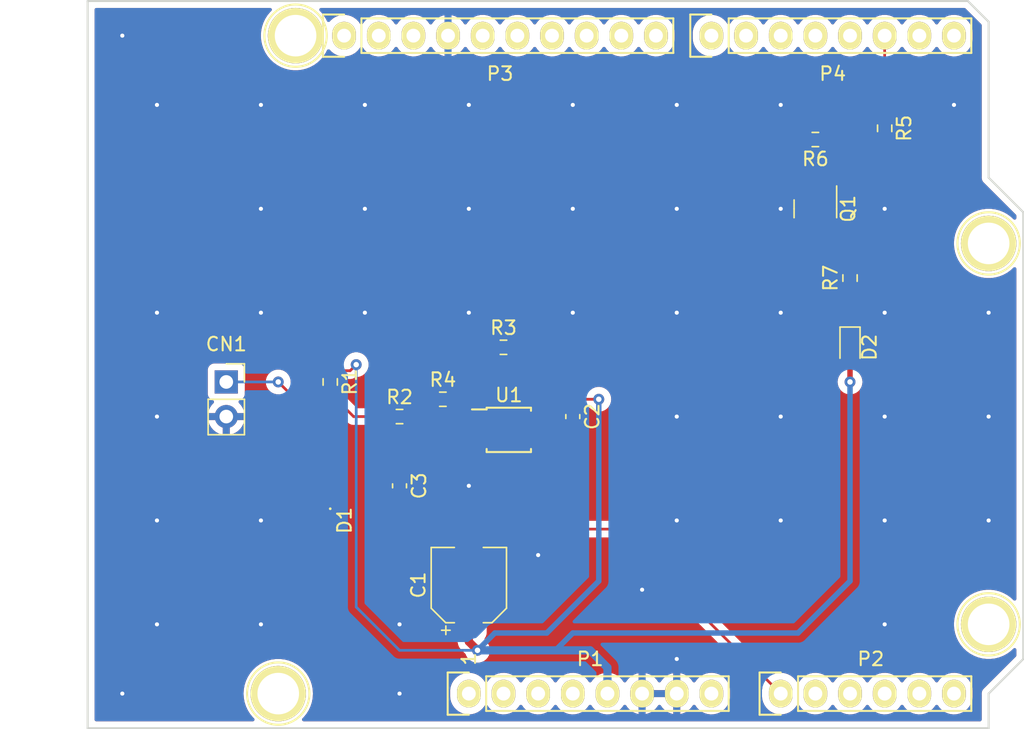
<source format=kicad_pcb>
(kicad_pcb (version 20211014) (generator pcbnew)
  (title_block (title "Detect Registance Change") (date "2024-10-17") (rev "1.0.0") (company "nonn_noz_nonn"))
  (layers (0 "F.Cu" signal) (31 "B.Cu" signal) (34 "B.Paste" user) (35 "F.Paste" user) (36 "B.SilkS" user "B.Silkscreen") (37 "F.SilkS" user "F.Silkscreen") (38 "B.Mask" user) (39 "F.Mask" user) (44 "Edge.Cuts" user))
  (net 0 "")
  (net 1 "/IOREF")
  (net 2 "/Reset")
  (net 3 "+5V")
  (net 4 "GND")
  (net 5 "/Vin")
  (net 6 "/A0")
  (net 7 "/A1")
  (net 8 "/A2")
  (net 9 "/A3")
  (net 10 "/AREF")
  (net 11 "/A4(SDA)")
  (net 12 "/A5(SCL)")
  (net 13 "/9(**)")
  (net 14 "/8")
  (net 15 "/7")
  (net 16 "/6(**)")
  (net 17 "/5(**)")
  (net 18 "/4")
  (net 19 "/3(**)")
  (net 20 "/2")
  (net 21 "/1(Tx)")
  (net 22 "/0(Rx)")
  (net 23 "Net-(C3-Pad1)")
  (net 24 "Net-(CN1-Pad1)")
  (net 25 "Net-(D2-Pad1)")
  (net 27 "/13(SCK)")
  (net 28 "/11(**{slash}MOSI)")
  (net 29 "/10(**{slash}SS)")
  (net 30 "+3V3")
  (net 31 "/12(MISO)")
  (net 36 "Net-(Q1-Pad1)")
  (net 37 "Net-(Q1-Pad3)")
  (net 38 "Net-(R3-Pad1)")
  (net 39 "Net-(U1-Pad6)")
  (footprint "Socket_Arduino_Uno:Socket_Strip_Arduino_1x08" (layer "F.Cu") (at 138.938 123.825)
    (fp_text reference "P1" (at 8.89 -2.54) (layer "F.SilkS"))
    (fp_text value "Power")
    (fp_line (start 19.05 1.27) (end 19.05 -1.27) (layer "F.SilkS") (width 0.15))
    (fp_line (start 1.27 1.27) (end 19.05 1.27) (layer "F.SilkS") (width 0.15))
    (fp_line (start 19.05 -1.27) (end 1.27 -1.27) (layer "F.SilkS") (width 0.15))
    (fp_line (start 0 -1.55) (end -1.55 -1.55) (layer "F.SilkS") (width 0.15))
    (fp_line (start -1.55 -1.55) (end -1.55 1.55) (layer "F.SilkS") (width 0.15))
    (fp_line (start -1.55 1.55) (end 0 1.55) (layer "F.SilkS") (width 0.15))
    (fp_line (start 1.27 1.27) (end 1.27 -1.27) (layer "F.SilkS") (width 0.15))
    (pad "1" thru_hole oval locked (at 0 0) (size 1.7272 2.032) (drill 1.016) (layers *.Cu *.Mask "F.SilkS"))
    (pad "2" thru_hole oval locked (at 2.54 0) (size 1.7272 2.032) (drill 1.016) (layers *.Cu *.Mask "F.SilkS") (net 1 "/IOREF"))
    (pad "3" thru_hole oval locked (at 5.08 0) (size 1.7272 2.032) (drill 1.016) (layers *.Cu *.Mask "F.SilkS") (net 2 "/Reset"))
    (pad "4" thru_hole oval locked (at 7.62 0) (size 1.7272 2.032) (drill 1.016) (layers *.Cu *.Mask "F.SilkS") (net 30 "+3V3"))
    (pad "5" thru_hole oval locked (at 10.16 0) (size 1.7272 2.032) (drill 1.016) (layers *.Cu *.Mask "F.SilkS") (net 3 "+5V"))
    (pad "6" thru_hole oval locked (at 12.7 0) (size 1.7272 2.032) (drill 1.016) (layers *.Cu *.Mask "F.SilkS") (net 4 "GND"))
    (pad "7" thru_hole oval locked (at 15.24 0) (size 1.7272 2.032) (drill 1.016) (layers *.Cu *.Mask "F.SilkS") (net 4 "GND"))
    (pad "8" thru_hole oval locked (at 17.78 0) (size 1.7272 2.032) (drill 1.016) (layers *.Cu *.Mask "F.SilkS") (net 5 "/Vin"))
  )
  (footprint "Socket_Arduino_Uno:Socket_Strip_Arduino_1x06" (layer "F.Cu") (at 161.798 123.825)
    (fp_text reference "P2" (at 6.604 -2.54) (layer "F.SilkS"))
    (fp_text value "Analog")
    (fp_line (start 1.27 1.27) (end 1.27 -1.27) (layer "F.SilkS") (width 0.15))
    (fp_line (start 0 -1.55) (end -1.55 -1.55) (layer "F.SilkS") (width 0.15))
    (fp_line (start 13.97 -1.27) (end 1.27 -1.27) (layer "F.SilkS") (width 0.15))
    (fp_line (start 1.27 1.27) (end 13.97 1.27) (layer "F.SilkS") (width 0.15))
    (fp_line (start 13.97 1.27) (end 13.97 -1.27) (layer "F.SilkS") (width 0.15))
    (fp_line (start -1.55 -1.55) (end -1.55 1.55) (layer "F.SilkS") (width 0.15))
    (fp_line (start -1.55 1.55) (end 0 1.55) (layer "F.SilkS") (width 0.15))
    (pad "1" thru_hole oval locked (at 0 0) (size 1.7272 2.032) (drill 1.016) (layers *.Cu *.Mask "F.SilkS") (net 6 "/A0"))
    (pad "2" thru_hole oval locked (at 2.54 0) (size 1.7272 2.032) (drill 1.016) (layers *.Cu *.Mask "F.SilkS") (net 7 "/A1"))
    (pad "3" thru_hole oval locked (at 5.08 0) (size 1.7272 2.032) (drill 1.016) (layers *.Cu *.Mask "F.SilkS") (net 8 "/A2"))
    (pad "4" thru_hole oval locked (at 7.62 0) (size 1.7272 2.032) (drill 1.016) (layers *.Cu *.Mask "F.SilkS") (net 9 "/A3"))
    (pad "5" thru_hole oval locked (at 10.16 0) (size 1.7272 2.032) (drill 1.016) (layers *.Cu *.Mask "F.SilkS"))
    (pad "6" thru_hole oval locked (at 12.7 0) (size 1.7272 2.032) (drill 1.016) (layers *.Cu *.Mask "F.SilkS"))
  )
  (footprint "Socket_Arduino_Uno:Socket_Strip_Arduino_1x10" (layer "F.Cu") (at 129.794 75.565)
    (fp_text reference "P3" (at 11.43 2.794) (layer "F.SilkS"))
    (fp_text value "Digital")
    (fp_line (start -1.55 -1.55) (end -1.55 1.55) (layer "F.SilkS") (width 0.15))
    (fp_line (start 1.27 1.27) (end 24.13 1.27) (layer "F.SilkS") (width 0.15))
    (fp_line (start 24.13 1.27) (end 24.13 -1.27) (layer "F.SilkS") (width 0.15))
    (fp_line (start 24.13 -1.27) (end 1.27 -1.27) (layer "F.SilkS") (width 0.15))
    (fp_line (start 0 -1.55) (end -1.55 -1.55) (layer "F.SilkS") (width 0.15))
    (fp_line (start -1.55 1.55) (end 0 1.55) (layer "F.SilkS") (width 0.15))
    (fp_line (start 1.27 1.27) (end 1.27 -1.27) (layer "F.SilkS") (width 0.15))
    (pad "1" thru_hole oval locked (at 0 0) (size 1.7272 2.032) (drill 1.016) (layers *.Cu *.Mask "F.SilkS") (net 12 "/A5(SCL)"))
    (pad "2" thru_hole oval locked (at 2.54 0) (size 1.7272 2.032) (drill 1.016) (layers *.Cu *.Mask "F.SilkS") (net 11 "/A4(SDA)"))
    (pad "3" thru_hole oval locked (at 5.08 0) (size 1.7272 2.032) (drill 1.016) (layers *.Cu *.Mask "F.SilkS") (net 10 "/AREF"))
    (pad "4" thru_hole oval locked (at 7.62 0) (size 1.7272 2.032) (drill 1.016) (layers *.Cu *.Mask "F.SilkS") (net 4 "GND"))
    (pad "5" thru_hole oval locked (at 10.16 0) (size 1.7272 2.032) (drill 1.016) (layers *.Cu *.Mask "F.SilkS") (net 27 "/13(SCK)"))
    (pad "6" thru_hole oval locked (at 12.7 0) (size 1.7272 2.032) (drill 1.016) (layers *.Cu *.Mask "F.SilkS") (net 31 "/12(MISO)"))
    (pad "7" thru_hole oval locked (at 15.24 0) (size 1.7272 2.032) (drill 1.016) (layers *.Cu *.Mask "F.SilkS") (net 28 "/11(**{slash}MOSI)"))
    (pad "8" thru_hole oval locked (at 17.78 0) (size 1.7272 2.032) (drill 1.016) (layers *.Cu *.Mask "F.SilkS") (net 29 "/10(**{slash}SS)"))
    (pad "9" thru_hole oval locked (at 20.32 0) (size 1.7272 2.032) (drill 1.016) (layers *.Cu *.Mask "F.SilkS") (net 13 "/9(**)"))
    (pad "10" thru_hole oval locked (at 22.86 0) (size 1.7272 2.032) (drill 1.016) (layers *.Cu *.Mask "F.SilkS") (net 14 "/8"))
  )
  (footprint "Socket_Arduino_Uno:Socket_Strip_Arduino_1x08" (layer "F.Cu") (at 156.718 75.565)
    (fp_text reference "P4" (at 8.89 2.794) (layer "F.SilkS"))
    (fp_text value "Digital")
    (fp_line (start 19.05 -1.27) (end 1.27 -1.27) (layer "F.SilkS") (width 0.15))
    (fp_line (start -1.55 1.55) (end 0 1.55) (layer "F.SilkS") (width 0.15))
    (fp_line (start 1.27 1.27) (end 19.05 1.27) (layer "F.SilkS") (width 0.15))
    (fp_line (start 1.27 1.27) (end 1.27 -1.27) (layer "F.SilkS") (width 0.15))
    (fp_line (start 0 -1.55) (end -1.55 -1.55) (layer "F.SilkS") (width 0.15))
    (fp_line (start 19.05 1.27) (end 19.05 -1.27) (layer "F.SilkS") (width 0.15))
    (fp_line (start -1.55 -1.55) (end -1.55 1.55) (layer "F.SilkS") (width 0.15))
    (pad "1" thru_hole oval locked (at 0 0) (size 1.7272 2.032) (drill 1.016) (layers *.Cu *.Mask "F.SilkS") (net 15 "/7"))
    (pad "2" thru_hole oval locked (at 2.54 0) (size 1.7272 2.032) (drill 1.016) (layers *.Cu *.Mask "F.SilkS") (net 16 "/6(**)"))
    (pad "3" thru_hole oval locked (at 5.08 0) (size 1.7272 2.032) (drill 1.016) (layers *.Cu *.Mask "F.SilkS") (net 17 "/5(**)"))
    (pad "4" thru_hole oval locked (at 7.62 0) (size 1.7272 2.032) (drill 1.016) (layers *.Cu *.Mask "F.SilkS") (net 18 "/4"))
    (pad "5" thru_hole oval locked (at 10.16 0) (size 1.7272 2.032) (drill 1.016) (layers *.Cu *.Mask "F.SilkS") (net 19 "/3(**)"))
    (pad "6" thru_hole oval locked (at 12.7 0) (size 1.7272 2.032) (drill 1.016) (layers *.Cu *.Mask "F.SilkS") (net 20 "/2"))
    (pad "7" thru_hole oval locked (at 15.24 0) (size 1.7272 2.032) (drill 1.016) (layers *.Cu *.Mask "F.SilkS") (net 21 "/1(Tx)"))
    (pad "8" thru_hole oval locked (at 17.78 0) (size 1.7272 2.032) (drill 1.016) (layers *.Cu *.Mask "F.SilkS") (net 22 "/0(Rx)"))
  )
  (footprint "Socket_Arduino_Uno:Arduino_1pin" (layer "F.Cu") (at 124.968 123.825)
    (fp_text reference "P5" hide)
    (fp_text value "CONN_01X01" hide)
    (fp_circle (center 0 0) (end 0 -2.286) (layer "F.SilkS") (width 0.15) (fill none))
    (pad "1" thru_hole circle locked (at 0 0) (size 4.064 4.064) (drill 3.048) (layers *.Cu *.Mask "F.SilkS"))
  )
  (footprint "Socket_Arduino_Uno:Arduino_1pin" (layer "F.Cu") (at 177.038 118.745)
    (fp_text reference "P6" hide)
    (fp_text value "CONN_01X01" hide)
    (fp_circle (center 0 0) (end 0 -2.286) (layer "F.SilkS") (width 0.15) (fill none))
    (pad "1" thru_hole circle locked (at 0 0) (size 4.064 4.064) (drill 3.048) (layers *.Cu *.Mask "F.SilkS"))
  )
  (footprint "Socket_Arduino_Uno:Arduino_1pin" (layer "F.Cu") (at 126.238 75.565)
    (fp_text reference "P7" hide)
    (fp_text value "CONN_01X01" hide)
    (fp_circle (center 0 0) (end 0 -2.286) (layer "F.SilkS") (width 0.15) (fill none))
    (pad "1" thru_hole circle locked (at 0 0) (size 4.064 4.064) (drill 3.048) (layers *.Cu *.Mask "F.SilkS"))
  )
  (footprint "Socket_Arduino_Uno:Arduino_1pin" (layer "F.Cu") (at 177.038 90.805)
    (fp_text reference "P8" hide)
    (fp_text value "CONN_01X01" hide)
    (fp_circle (center 0 0) (end 0 -2.286) (layer "F.SilkS") (width 0.15) (fill none))
    (pad "1" thru_hole circle locked (at 0 0) (size 4.064 4.064) (drill 3.048) (layers *.Cu *.Mask "F.SilkS"))
  )
  (footprint "Capacitor_SMD:C_0603_1608Metric" (layer "F.Cu") (at 146.558 103.505 -90)
    (fp_text reference "C2" (at 0 -1.43 90) (layer "F.SilkS"))
    (fp_text value "0.1u")
    (fp_line (start -0.14058 0.51) (end 0.14058 0.51) (layer "F.SilkS") (width 0.12))
    (fp_line (start -0.14058 -0.51) (end 0.14058 -0.51) (layer "F.SilkS") (width 0.12))
    (pad "1" smd roundrect (at -0.775 0 270) (size 0.9 0.95) (layers "F.Cu" "F.Paste" "F.Mask") (net 3 "+5V"))
    (pad "2" smd roundrect (at 0.775 0 270) (size 0.9 0.95) (layers "F.Cu" "F.Paste" "F.Mask") (net 4 "GND"))
  )
  (footprint "Resistor_SMD:R_0603_1608Metric" (layer "F.Cu") (at 137.033 102.235)
    (fp_text reference "R4" (at 0 -1.43) (layer "F.SilkS"))
    (fp_text value "20k")
    (fp_line (start -0.237258 -0.5225) (end 0.237258 -0.5225) (layer "F.SilkS") (width 0.12))
    (fp_line (start -0.237258 0.5225) (end 0.237258 0.5225) (layer "F.SilkS") (width 0.12))
    (pad "1" smd roundrect (at -0.825 0) (size 0.8 0.95) (layers "F.Cu" "F.Paste" "F.Mask") (net 38 "Net-(R3-Pad1)"))
    (pad "2" smd roundrect (at 0.825 0) (size 0.8 0.95) (layers "F.Cu" "F.Paste" "F.Mask") (net 6 "/A0"))
  )
  (footprint "Resistor_SMD:R_0603_1608Metric" (layer "F.Cu") (at 166.878 93.345 90)
    (fp_text reference "R7" (at 0 -1.43 90) (layer "F.SilkS"))
    (fp_text value "620R")
    (fp_line (start -0.237258 0.5225) (end 0.237258 0.5225) (layer "F.SilkS") (width 0.12))
    (fp_line (start -0.237258 -0.5225) (end 0.237258 -0.5225) (layer "F.SilkS") (width 0.12))
    (pad "1" smd roundrect (at -0.825 0 90) (size 0.8 0.95) (layers "F.Cu" "F.Paste" "F.Mask") (net 25 "Net-(D2-Pad1)"))
    (pad "2" smd roundrect (at 0.825 0 90) (size 0.8 0.95) (layers "F.Cu" "F.Paste" "F.Mask") (net 37 "Net-(Q1-Pad3)"))
  )
  (footprint "Diode_SMD:D_0201_0603Metric" (layer "F.Cu") (at 128.778 111.125 -90)
    (fp_text reference "D1" (at 0 -1.05 90) (layer "F.SilkS"))
    (fp_text value "ESDA5-1F4")
    (fp_circle (center -0.86 0) (end -0.81 0) (layer "F.SilkS") (width 0.1) (fill none))
    (pad "1" smd roundrect (at -0.32 0 270) (size 0.46 0.4) (layers "F.Cu" "F.Mask") (net 24 "Net-(CN1-Pad1)"))
    (pad "2" smd roundrect (at 0.32 0 270) (size 0.46 0.4) (layers "F.Cu" "F.Mask") (net 4 "GND"))
  )
  (footprint "Capacitor_SMD:CP_Elec_5x5.4" (layer "F.Cu") (at 138.938 115.865 90)
    (fp_text reference "C1" (at 0 -3.7 90) (layer "F.SilkS"))
    (fp_text value "10u/50V")
    (fp_line (start -1.695563 2.76) (end 2.76 2.76) (layer "F.SilkS") (width 0.12))
    (fp_line (start 2.76 -2.76) (end 2.76 -1.06) (layer "F.SilkS") (width 0.12))
    (fp_line (start -2.76 -1.695563) (end -2.76 -1.06) (layer "F.SilkS") (width 0.12))
    (fp_line (start -2.76 1.695563) (end -2.76 1.06) (layer "F.SilkS") (width 0.12))
    (fp_line (start -1.695563 -2.76) (end 2.76 -2.76) (layer "F.SilkS") (width 0.12))
    (fp_line (start -3.625 -1.685) (end -3 -1.685) (layer "F.SilkS") (width 0.12))
    (fp_line (start -2.76 -1.695563) (end -1.695563 -2.76) (layer "F.SilkS") (width 0.12))
    (fp_line (start -2.76 1.695563) (end -1.695563 2.76) (layer "F.SilkS") (width 0.12))
    (fp_line (start 2.76 2.76) (end 2.76 1.06) (layer "F.SilkS") (width 0.12))
    (fp_line (start -3.3125 -1.9975) (end -3.3125 -1.3725) (layer "F.SilkS") (width 0.12))
    (pad "1" smd roundrect (at -2.2 0 90) (size 3 1.6) (layers "F.Cu" "F.Paste" "F.Mask") (roundrect_rratio 0.15625) (net 3 "+5V"))
    (pad "2" smd roundrect (at 2.2 0 90) (size 3 1.6) (layers "F.Cu" "F.Paste" "F.Mask") (roundrect_rratio 0.15625) (net 4 "GND"))
  )
  (footprint "Connector_PinSocket_2.54mm:PinSocket_1x02_P2.54mm_Vertical" (layer "F.Cu") (at 121.158 100.965)
    (fp_text reference "CN1" (at 0 -2.77) (layer "F.SilkS"))
    (fp_text value "Screw_Terminal_01x02")
    (fp_line (start 0 -1.33) (end 1.33 -1.33) (layer "F.SilkS") (width 0.12))
    (fp_line (start 1.33 -1.33) (end 1.33 0) (layer "F.SilkS") (width 0.12))
    (fp_line (start -1.33 1.27) (end -1.33 3.87) (layer "F.SilkS") (width 0.12))
    (fp_line (start -1.33 3.87) (end 1.33 3.87) (layer "F.SilkS") (width 0.12))
    (fp_line (start 1.33 1.27) (end 1.33 3.87) (layer "F.SilkS") (width 0.12))
    (fp_line (start -1.33 1.27) (end 1.33 1.27) (layer "F.SilkS") (width 0.12))
    (pad "1" thru_hole rect (at 0 0) (size 1.7 1.7) (drill 1) (layers *.Cu *.Mask) (net 24 "Net-(CN1-Pad1)"))
    (pad "2" thru_hole oval (at 0 2.54) (size 1.7 1.7) (drill 1) (layers *.Cu *.Mask) (net 4 "GND"))
  )
  (footprint "Resistor_SMD:R_0603_1608Metric" (layer "F.Cu") (at 128.778 100.965 -90)
    (fp_text reference "R1" (at 0 -1.43 90) (layer "F.SilkS"))
    (fp_text value "1Meg")
    (fp_line (start -0.237258 -0.5225) (end 0.237258 -0.5225) (layer "F.SilkS") (width 0.12))
    (fp_line (start -0.237258 0.5225) (end 0.237258 0.5225) (layer "F.SilkS") (width 0.12))
    (pad "1" smd roundrect (at -0.825 0 270) (size 0.8 0.95) (layers "F.Cu" "F.Paste" "F.Mask") (net 3 "+5V"))
    (pad "2" smd roundrect (at 0.825 0 270) (size 0.8 0.95) (layers "F.Cu" "F.Paste" "F.Mask") (net 24 "Net-(CN1-Pad1)"))
  )
  (footprint "Resistor_SMD:R_0603_1608Metric" (layer "F.Cu") (at 169.418 82.36 -90)
    (fp_text reference "R5" (at 0 -1.43 90) (layer "F.SilkS"))
    (fp_text value "1k")
    (fp_line (start -0.237258 -0.5225) (end 0.237258 -0.5225) (layer "F.SilkS") (width 0.12))
    (fp_line (start -0.237258 0.5225) (end 0.237258 0.5225) (layer "F.SilkS") (width 0.12))
    (pad "1" smd roundrect (at -0.825 0 270) (size 0.8 0.95) (layers "F.Cu" "F.Paste" "F.Mask") (net 20 "/2"))
    (pad "2" smd roundrect (at 0.825 0 270) (size 0.8 0.95) (layers "F.Cu" "F.Paste" "F.Mask") (net 36 "Net-(Q1-Pad1)"))
  )
  (footprint "Package_SO:TSSOP-8_3x3mm_P0.65mm" (layer "F.Cu") (at 141.868 104.48)
    (fp_text reference "U1" (at 0 -2.55) (layer "F.SilkS"))
    (fp_text value "AD8506ARMZ")
    (fp_line (start 1.625 1.625) (end 1.625 1.4) (layer "F.SilkS") (width 0.15))
    (fp_line (start -1.625 -1.5) (end -2.7 -1.5) (layer "F.SilkS") (width 0.15))
    (fp_line (start 1.625 -1.625) (end 1.625 -1.4) (layer "F.SilkS") (width 0.15))
    (fp_line (start -1.625 -1.625) (end 1.625 -1.625) (layer "F.SilkS") (width 0.15))
    (fp_line (start -1.625 1.625) (end -1.625 1.4) (layer "F.SilkS") (width 0.15))
    (fp_line (start -1.625 -1.625) (end -1.625 -1.5) (layer "F.SilkS") (width 0.15))
    (fp_line (start -1.625 1.625) (end 1.625 1.625) (layer "F.SilkS") (width 0.15))
    (pad "1" smd rect (at -2.15 -0.975) (size 1.1 0.4) (layers "F.Cu" "F.Paste" "F.Mask") (net 6 "/A0"))
    (pad "2" smd rect (at -2.15 -0.325) (size 1.1 0.4) (layers "F.Cu" "F.Paste" "F.Mask") (net 38 "Net-(R3-Pad1)"))
    (pad "3" smd rect (at -2.15 0.325) (size 1.1 0.4) (layers "F.Cu" "F.Paste" "F.Mask") (net 23 "Net-(C3-Pad1)"))
    (pad "4" smd rect (at -2.15 0.975) (size 1.1 0.4) (layers "F.Cu" "F.Paste" "F.Mask") (net 4 "GND"))
    (pad "5" smd rect (at 2.15 0.975) (size 1.1 0.4) (layers "F.Cu" "F.Paste" "F.Mask") (net 4 "GND"))
    (pad "6" smd rect (at 2.15 0.325) (size 1.1 0.4) (layers "F.Cu" "F.Paste" "F.Mask") (net 39 "Net-(U1-Pad6)"))
    (pad "7" smd rect (at 2.15 -0.325) (size 1.1 0.4) (layers "F.Cu" "F.Paste" "F.Mask") (net 39 "Net-(U1-Pad6)"))
    (pad "8" smd rect (at 2.15 -0.975) (size 1.1 0.4) (layers "F.Cu" "F.Paste" "F.Mask") (net 3 "+5V"))
  )
  (footprint "Resistor_SMD:R_0603_1608Metric" (layer "F.Cu") (at 164.338 83.185 180)
    (fp_text reference "R6" (at 0 -1.43) (layer "F.SilkS"))
    (fp_text value "100k")
    (fp_line (start -0.237258 -0.5225) (end 0.237258 -0.5225) (layer "F.SilkS") (width 0.12))
    (fp_line (start -0.237258 0.5225) (end 0.237258 0.5225) (layer "F.SilkS") (width 0.12))
    (pad "1" smd roundrect (at -0.825 0 180) (size 0.8 0.95) (layers "F.Cu" "F.Paste" "F.Mask") (net 36 "Net-(Q1-Pad1)"))
    (pad "2" smd roundrect (at 0.825 0 180) (size 0.8 0.95) (layers "F.Cu" "F.Paste" "F.Mask") (net 4 "GND"))
  )
  (footprint "Capacitor_SMD:C_0603_1608Metric" (layer "F.Cu") (at 133.858 108.585 -90)
    (fp_text reference "C3" (at 0 -1.43 90) (layer "F.SilkS"))
    (fp_text value "470p")
    (fp_line (start -0.14058 -0.51) (end 0.14058 -0.51) (layer "F.SilkS") (width 0.12))
    (fp_line (start -0.14058 0.51) (end 0.14058 0.51) (layer "F.SilkS") (width 0.12))
    (pad "1" smd roundrect (at -0.775 0 270) (size 0.9 0.95) (layers "F.Cu" "F.Paste" "F.Mask") (net 23 "Net-(C3-Pad1)"))
    (pad "2" smd roundrect (at 0.775 0 270) (size 0.9 0.95) (layers "F.Cu" "F.Paste" "F.Mask") (net 4 "GND"))
  )
  (footprint "Resistor_SMD:R_0603_1608Metric" (layer "F.Cu") (at 133.858 103.505)
    (fp_text reference "R2" (at 0 -1.43) (layer "F.SilkS"))
    (fp_text value "1k")
    (fp_line (start -0.237258 0.5225) (end 0.237258 0.5225) (layer "F.SilkS") (width 0.12))
    (fp_line (start -0.237258 -0.5225) (end 0.237258 -0.5225) (layer "F.SilkS") (width 0.12))
    (pad "1" smd roundrect (at -0.825 0) (size 0.8 0.95) (layers "F.Cu" "F.Paste" "F.Mask") (net 24 "Net-(CN1-Pad1)"))
    (pad "2" smd roundrect (at 0.825 0) (size 0.8 0.95) (layers "F.Cu" "F.Paste" "F.Mask") (net 23 "Net-(C3-Pad1)"))
  )
  (footprint "Package_TO_SOT_SMD:SOT-23" (layer "F.Cu") (at 164.338 88.265 -90)
    (fp_text reference "Q1" (at 0 -2.4 90) (layer "F.SilkS"))
    (fp_text value "IRLML6344TRPBF")
    (fp_line (start 0 1.56) (end -0.65 1.56) (layer "F.SilkS") (width 0.12))
    (fp_line (start 0 -1.56) (end -1.675 -1.56) (layer "F.SilkS") (width 0.12))
    (fp_line (start 0 -1.56) (end 0.65 -1.56) (layer "F.SilkS") (width 0.12))
    (fp_line (start 0 1.56) (end 0.65 1.56) (layer "F.SilkS") (width 0.12))
    (pad "1" smd roundrect (at -0.9375 -0.95 270) (size 1.475 0.6) (layers "F.Cu" "F.Paste" "F.Mask") (net 36 "Net-(Q1-Pad1)"))
    (pad "2" smd roundrect (at -0.9375 0.95 270) (size 1.475 0.6) (layers "F.Cu" "F.Paste" "F.Mask") (net 4 "GND"))
    (pad "3" smd roundrect (at 0.9375 0 270) (size 1.475 0.6) (layers "F.Cu" "F.Paste" "F.Mask") (net 37 "Net-(Q1-Pad3)"))
  )
  (footprint "LED_SMD:LED_0603_1608Metric" (layer "F.Cu") (at 166.878 98.425 -90)
    (fp_text reference "D2" (at 0 -1.43 90) (layer "F.SilkS"))
    (fp_text value "RED")
    (fp_line (start -1.485 0.735) (end 0.8 0.735) (layer "F.SilkS") (width 0.12))
    (fp_line (start -1.485 -0.735) (end -1.485 0.735) (layer "F.SilkS") (width 0.12))
    (fp_line (start 0.8 -0.735) (end -1.485 -0.735) (layer "F.SilkS") (width 0.12))
    (pad "1" smd roundrect (at -0.7875 0 270) (size 0.875 0.95) (layers "F.Cu" "F.Paste" "F.Mask") (net 25 "Net-(D2-Pad1)"))
    (pad "2" smd roundrect (at 0.7875 0 270) (size 0.875 0.95) (layers "F.Cu" "F.Paste" "F.Mask") (net 3 "+5V"))
  )
  (footprint "Resistor_SMD:R_0603_1608Metric" (layer "F.Cu") (at 141.478 98.425)
    (fp_text reference "R3" (at 0 -1.43) (layer "F.SilkS"))
    (fp_text value "10k")
    (fp_line (start -0.237258 -0.5225) (end 0.237258 -0.5225) (layer "F.SilkS") (width 0.12))
    (fp_line (start -0.237258 0.5225) (end 0.237258 0.5225) (layer "F.SilkS") (width 0.12))
    (pad "1" smd roundrect (at -0.825 0) (size 0.8 0.95) (layers "F.Cu" "F.Paste" "F.Mask") (net 38 "Net-(R3-Pad1)"))
    (pad "2" smd roundrect (at 0.825 0) (size 0.8 0.95) (layers "F.Cu" "F.Paste" "F.Mask") (net 4 "GND"))
  )
  (gr_line (start 175.514 73.025) (end 110.998 73.025) (layer "Edge.Cuts") (width 0.15))
  (gr_line (start 179.578 88.519) (end 177.038 85.979) (layer "Edge.Cuts") (width 0.15))
  (gr_line (start 177.038 126.365) (end 177.038 123.825) (layer "Edge.Cuts") (width 0.15))
  (gr_line (start 177.038 74.549) (end 175.514 73.025) (layer "Edge.Cuts") (width 0.15))
  (gr_line (start 177.038 123.825) (end 179.578 121.285) (layer "Edge.Cuts") (width 0.15))
  (gr_line (start 110.998 73.025) (end 110.998 126.365) (layer "Edge.Cuts") (width 0.15))
  (gr_line (start 179.578 121.285) (end 179.578 88.519) (layer "Edge.Cuts") (width 0.15))
  (gr_line (start 110.998 126.365) (end 177.038 126.365) (layer "Edge.Cuts") (width 0.15))
  (gr_line (start 177.038 85.979) (end 177.038 74.549) (layer "Edge.Cuts") (width 0.15))
  (gr_text "1" (at 138.938 121.285 90) (layer "F.SilkS") (effects (font (size 1 1))))
  (segment (start 138.938 120.015) (end 139.573 120.65) (width 0.6) (layer "F.Cu") (net 3))
  (segment (start 146.063 102.73) (end 145.288 103.505) (width 0.2) (layer "F.Cu") (net 3))
  (segment (start 138.938 118.065) (end 138.938 120.015) (width 0.6) (layer "F.Cu") (net 3))
  (segment (start 147.053 102.235) (end 148.463 102.235) (width 0.2) (layer "F.Cu") (net 3))
  (segment (start 146.558 102.73) (end 147.053 102.235) (width 0.2) (layer "F.Cu") (net 3))
  (segment (start 146.558 102.73) (end 146.063 102.73) (width 0.2) (layer "F.Cu") (net 3))
  (segment (start 145.288 103.505) (end 144.018 103.505) (width 0.2) (layer "F.Cu") (net 3))
  (segment (start 130.238 100.14) (end 130.683 99.695) (width 0.2) (layer "F.Cu") (net 3))
  (segment (start 128.778 100.14) (end 130.238 100.14) (width 0.2) (layer "F.Cu") (net 3))
  (segment (start 166.878 99.2125) (end 166.878 100.965) (width 0.4) (layer "F.Cu") (net 3))
  (via (at 148.463 102.235) (size 0.8) (drill 0.4) (layers "F.Cu" "B.Cu") (net 3))
  (via (at 139.573 120.65) (size 0.8) (drill 0.4) (layers "F.Cu" "B.Cu") (net 3))
  (via (at 130.683 99.695) (size 0.8) (drill 0.4) (layers "F.Cu" "B.Cu") (net 3))
  (via (at 166.878 100.965) (size 0.8) (drill 0.4) (layers "F.Cu" "B.Cu") (net 3))
  (segment (start 163.068 119.38) (end 146.558 119.38) (width 0.4) (layer "B.Cu") (net 3))
  (segment (start 140.843 119.38) (end 139.573 120.65) (width 0.4) (layer "B.Cu") (net 3))
  (segment (start 133.858 120.65) (end 139.573 120.65) (width 0.2) (layer "B.Cu") (net 3))
  (segment (start 147.828 120.65) (end 149.098 121.92) (width 0.6) (layer "B.Cu") (net 3))
  (segment (start 148.463 102.235) (end 148.463 115.57) (width 0.4) (layer "B.Cu") (net 3))
  (segment (start 166.878 115.57) (end 163.068 119.38) (width 0.4) (layer "B.Cu") (net 3))
  (segment (start 139.573 120.65) (end 147.828 120.65) (width 0.6) (layer "B.Cu") (net 3))
  (segment (start 145.288 120.65) (end 139.573 120.65) (width 0.4) (layer "B.Cu") (net 3))
  (segment (start 146.558 119.38) (end 145.288 120.65) (width 0.4) (layer "B.Cu") (net 3))
  (segment (start 166.878 100.965) (end 166.878 115.57) (width 0.4) (layer "B.Cu") (net 3))
  (segment (start 149.098 121.92) (end 149.098 123.825) (width 0.6) (layer "B.Cu") (net 3))
  (segment (start 130.683 99.695) (end 130.683 117.475) (width 0.2) (layer "B.Cu") (net 3))
  (segment (start 148.463 115.57) (end 144.653 119.38) (width 0.4) (layer "B.Cu") (net 3))
  (segment (start 130.683 117.475) (end 133.858 120.65) (width 0.2) (layer "B.Cu") (net 3))
  (segment (start 144.653 119.38) (end 140.843 119.38) (width 0.4) (layer "B.Cu") (net 3))
  (segment (start 146.558 104.28) (end 146.418 104.28) (width 0.2) (layer "F.Cu") (net 4))
  (via (at 138.938 108.585) (size 0.6) (drill 0.3) (layers "F.Cu" "B.Cu") (net 4))
  (via (at 123.698 95.885) (size 0.6) (drill 0.3) (layers "F.Cu" "B.Cu") (net 4))
  (via (at 154.178 121.285) (size 0.6) (drill 0.3) (layers "F.Cu" "B.Cu") (net 4))
  (via (at 116.078 111.125) (size 0.6) (drill 0.3) (layers "F.Cu" "B.Cu") (net 4))
  (via (at 177.038 95.885) (size 0.6) (drill 0.3) (layers "F.Cu" "B.Cu") (net 4))
  (via (at 154.178 111.125) (size 0.6) (drill 0.3) (layers "F.Cu" "B.Cu") (net 4))
  (via (at 169.418 103.505) (size 0.6) (drill 0.3) (layers "F.Cu" "B.Cu") (net 4))
  (via (at 138.938 95.885) (size 0.6) (drill 0.3) (layers "F.Cu" "B.Cu") (net 4))
  (via (at 123.698 118.745) (size 0.6) (drill 0.3) (layers "F.Cu" "B.Cu") (net 4))
  (via (at 169.418 95.885) (size 0.6) (drill 0.3) (layers "F.Cu" "B.Cu") (net 4))
  (via (at 177.038 103.505) (size 0.6) (drill 0.3) (layers "F.Cu" "B.Cu") (net 4))
  (via (at 161.798 103.505) (size 0.6) (drill 0.3) (layers "F.Cu" "B.Cu") (net 4))
  (via (at 154.178 95.885) (size 0.6) (drill 0.3) (layers "F.Cu" "B.Cu") (net 4))
  (via (at 146.558 95.885) (size 0.6) (drill 0.3) (layers "F.Cu" "B.Cu") (net 4))
  (via (at 131.318 95.885) (size 0.6) (drill 0.3) (layers "F.Cu" "B.Cu") (net 4))
  (via (at 116.078 80.645) (size 0.6) (drill 0.3) (layers "F.Cu" "B.Cu") (net 4))
  (via (at 169.418 88.265) (size 0.6) (drill 0.3) (layers "F.Cu" "B.Cu") (net 4))
  (via (at 138.938 88.265) (size 0.6) (drill 0.3) (layers "F.Cu" "B.Cu") (net 4))
  (via (at 161.798 88.265) (size 0.6) (drill 0.3) (layers "F.Cu" "B.Cu") (net 4))
  (via (at 133.858 123.825) (size 0.6) (drill 0.3) (layers "F.Cu" "B.Cu") (net 4))
  (via (at 123.698 88.265) (size 0.6) (drill 0.3) (layers "F.Cu" "B.Cu") (net 4))
  (via (at 154.178 80.645) (size 0.6) (drill 0.3) (layers "F.Cu" "B.Cu") (net 4))
  (via (at 161.798 95.885) (size 0.6) (drill 0.3) (layers "F.Cu" "B.Cu") (net 4))
  (via (at 113.538 75.565) (size 0.6) (drill 0.3) (layers "F.Cu" "B.Cu") (net 4))
  (via (at 123.698 111.125) (size 0.6) (drill 0.3) (layers "F.Cu" "B.Cu") (net 4))
  (via (at 154.178 103.505) (size 0.6) (drill 0.3) (layers "F.Cu" "B.Cu") (net 4))
  (via (at 113.538 123.825) (size 0.6) (drill 0.3) (layers "F.Cu" "B.Cu") (net 4))
  (via (at 116.078 103.505) (size 0.6) (drill 0.3) (layers "F.Cu" "B.Cu") (net 4))
  (via (at 151.638 116.205) (size 0.6) (drill 0.3) (layers "F.Cu" "B.Cu") (net 4))
  (via (at 131.318 88.265) (size 0.6) (drill 0.3) (layers "F.Cu" "B.Cu") (net 4))
  (via (at 123.698 80.645) (size 0.6) (drill 0.3) (layers "F.Cu" "B.Cu") (net 4))
  (via (at 154.178 88.265) (size 0.6) (drill 0.3) (layers "F.Cu" "B.Cu") (net 4))
  (via (at 131.318 80.645) (size 0.6) (drill 0.3) (layers "F.Cu" "B.Cu") (net 4))
  (via (at 169.418 111.125) (size 0.6) (drill 0.3) (layers "F.Cu" "B.Cu") (net 4))
  (via (at 133.858 118.745) (size 0.6) (drill 0.3) (layers "F.Cu" "B.Cu") (net 4))
  (via (at 174.498 80.645) (size 0.6) (drill 0.3) (layers "F.Cu" "B.Cu") (net 4))
  (via (at 161.798 80.645) (size 0.6) (drill 0.3) (layers "F.Cu" "B.Cu") (net 4))
  (via (at 177.038 111.125) (size 0.6) (drill 0.3) (layers "F.Cu" "B.Cu") (net 4))
  (via (at 138.938 80.645) (size 0.6) (drill 0.3) (layers "F.Cu" "B.Cu") (net 4))
  (via (at 116.078 95.885) (size 0.6) (drill 0.3) (layers "F.Cu" "B.Cu") (net 4))
  (via (at 161.798 111.125) (size 0.6) (drill 0.3) (layers "F.Cu" "B.Cu") (net 4))
  (via (at 169.418 118.745) (size 0.6) (drill 0.3) (layers "F.Cu" "B.Cu") (net 4))
  (via (at 146.558 88.265) (size 0.6) (drill 0.3) (layers "F.Cu" "B.Cu") (net 4))
  (via (at 116.078 118.745) (size 0.6) (drill 0.3) (layers "F.Cu" "B.Cu") (net 4))
  (via (at 144.018 113.665) (size 0.6) (drill 0.3) (layers "F.Cu" "B.Cu") (net 4))
  (via (at 146.558 80.645) (size 0.6) (drill 0.3) (layers "F.Cu" "B.Cu") (net 4))
  (segment (start 138.303 103.505) (end 139.718 103.505) (width 0.2) (layer "F.Cu") (net 6))
  (segment (start 149.733 111.76) (end 147.193 111.76) (width 0.2) (layer "F.Cu") (net 6))
  (segment (start 137.858 102.235) (end 137.858 103.06) (width 0.2) (layer "F.Cu") (net 6))
  (segment (start 142.113 106.68) (end 142.113 104.775) (width 0.2) (layer "F.Cu") (net 6))
  (segment (start 161.798 123.825) (end 149.733 111.76) (width 0.2) (layer "F.Cu") (net 6))
  (segment (start 142.113 104.775) (end 140.843 103.505) (width 0.2) (layer "F.Cu") (net 6))
  (segment (start 147.193 111.76) (end 142.113 106.68) (width 0.2) (layer "F.Cu") (net 6))
  (segment (start 140.843 103.505) (end 139.718 103.505) (width 0.2) (layer "F.Cu") (net 6))
  (segment (start 137.858 103.06) (end 138.303 103.505) (width 0.2) (layer "F.Cu") (net 6))
  (segment (start 169.418 75.565) (end 169.418 81.535) (width 0.2) (layer "F.Cu") (net 20))
  (segment (start 134.683 103.695) (end 135.793 104.805) (width 0.2) (layer "F.Cu") (net 23))
  (segment (start 133.858 106.68) (end 134.683 105.855) (width 0.2) (layer "F.Cu") (net 23))
  (segment (start 134.683 105.855) (end 134.683 103.505) (width 0.2) (layer "F.Cu") (net 23))
  (segment (start 134.683 103.505) (end 134.683 103.695) (width 0.2) (layer "F.Cu") (net 23))
  (segment (start 135.793 104.805) (end 139.718 104.805) (width 0.2) (layer "F.Cu") (net 23))
  (segment (start 133.858 107.81) (end 133.858 106.68) (width 0.2) (layer "F.Cu") (net 23))
  (segment (start 130.493 103.505) (end 133.033 103.505) (width 0.2) (layer "F.Cu") (net 24))
  (segment (start 128.778 101.79) (end 125.793 101.79) (width 0.2) (layer "F.Cu") (net 24))
  (segment (start 128.778 110.805) (end 128.778 101.79) (width 0.2) (layer "F.Cu") (net 24))
  (segment (start 125.793 101.79) (end 124.968 100.965) (width 0.2) (layer "F.Cu") (net 24))
  (segment (start 128.778 101.79) (end 130.493 103.505) (width 0.2) (layer "F.Cu") (net 24))
  (via (at 124.968 100.965) (size 0.8) (drill 0.4) (layers "F.Cu" "B.Cu") (net 24))
  (segment (start 124.968 100.965) (end 121.158 100.965) (width 0.2) (layer "B.Cu") (net 24))
  (segment (start 166.878 97.6375) (end 166.878 94.17) (width 0.4) (layer "F.Cu") (net 25))
  (segment (start 169.418 83.185) (end 165.163 83.185) (width 0.2) (layer "F.Cu") (net 36))
  (segment (start 165.163 87.2025) (end 165.288 87.3275) (width 0.2) (layer "F.Cu") (net 36))
  (segment (start 165.163 83.185) (end 165.163 87.2025) (width 0.2) (layer "F.Cu") (net 36))
  (segment (start 166.053 92.52) (end 166.878 92.52) (width 0.4) (layer "F.Cu") (net 37))
  (segment (start 164.338 89.2025) (end 164.338 90.805) (width 0.4) (layer "F.Cu") (net 37))
  (segment (start 164.338 90.805) (end 166.053 92.52) (width 0.4) (layer "F.Cu") (net 37))
  (segment (start 136.208 103.315) (end 137.048 104.155) (width 0.2) (layer "F.Cu") (net 38))
  (segment (start 136.208 99.885) (end 136.208 102.235) (width 0.2) (layer "F.Cu") (net 38))
  (segment (start 137.668 98.425) (end 136.208 99.885) (width 0.2) (layer "F.Cu") (net 38))
  (segment (start 140.653 98.425) (end 137.668 98.425) (width 0.2) (layer "F.Cu") (net 38))
  (segment (start 137.048 104.155) (end 139.718 104.155) (width 0.2) (layer "F.Cu") (net 38))
  (segment (start 136.208 102.235) (end 136.208 103.315) (width 0.2) (layer "F.Cu") (net 38))
  (segment (start 144.018 104.155) (end 144.018 104.805) (width 0.2) (layer "F.Cu") (net 39))
  (zone (net 4) (net_name "GND") (layer "F.Cu") (connect_pads (clearance 0.508)) (min_thickness 0.254) (fill yes (thermal_gap 0.508) (thermal_bridge_width 0.508))
    (polygon (pts (xy 179.578 126.365) (xy 110.998 126.365) (xy 110.998 73.025) (xy 179.578 73.025)))
  )
  (zone (net 4) (net_name "GND") (layer "B.Cu") (connect_pads (clearance 0.508)) (min_thickness 0.254) (fill yes (thermal_gap 0.508) (thermal_bridge_width 0.508))
    (polygon (pts (xy 179.578 126.365) (xy 110.998 126.365) (xy 110.998 73.025) (xy 179.578 73.025)))
  )
)
</source>
